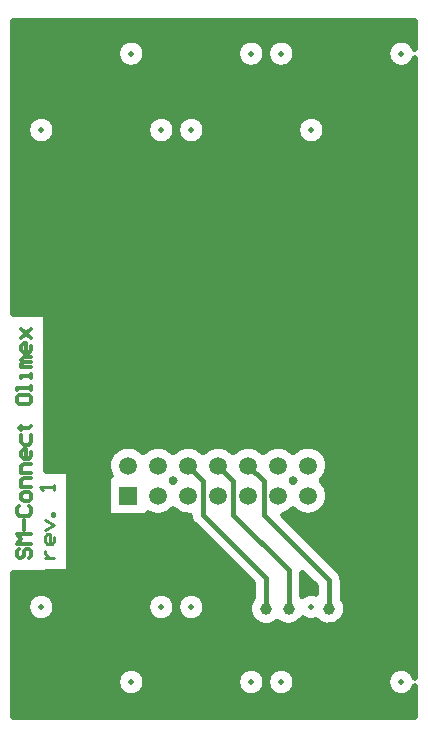
<source format=gtl>
G04 Layer_Physical_Order=1*
G04 Layer_Color=255*
%FSLAX42Y42*%
%MOMM*%
G71*
G01*
G75*
%ADD10C,0.50*%
%ADD11C,0.40*%
%ADD12C,0.30*%
%ADD13C,0.25*%
%ADD14R,1.50X1.50*%
%ADD15C,1.50*%
%ADD16C,0.50*%
%ADD17C,1.00*%
D10*
X-50Y5709D02*
G03*
X-50Y5631I-113J-39D01*
G01*
Y5709D02*
G03*
X-50Y5631I-113J-39D01*
G01*
X-806Y5023D02*
G03*
X-806Y5023I-120J0D01*
G01*
D02*
G03*
X-806Y5023I-120J0D01*
G01*
X-839Y2055D02*
G03*
X-782Y2182I-113J127D01*
G01*
Y1928D02*
G03*
X-839Y2055I-170J0D01*
G01*
X-782Y2182D02*
G03*
X-1079Y2295I-170J0D01*
G01*
Y1815D02*
G03*
X-782Y1928I127J113D01*
G01*
X-1060Y5670D02*
G03*
X-1060Y5670I-120J0D01*
G01*
D02*
G03*
X-1060Y5670I-120J0D01*
G01*
X-1314D02*
G03*
X-1314Y5670I-120J0D01*
G01*
D02*
G03*
X-1314Y5670I-120J0D01*
G01*
X-1079Y2295D02*
G03*
X-1333Y2295I-127J-113D01*
G01*
X-1065Y2055D02*
G03*
X-1079Y2041I113J-127D01*
G01*
Y2069D02*
G03*
X-1065Y2055I127J113D01*
G01*
X-1079Y2041D02*
G03*
X-1093Y2055I-127J-113D01*
G01*
D02*
G03*
X-1079Y2069I-113J127D01*
G01*
X-1165Y1763D02*
G03*
X-1079Y1815I-41J165D01*
G01*
X-1822Y5023D02*
G03*
X-1822Y5023I-120J0D01*
G01*
D02*
G03*
X-1822Y5023I-120J0D01*
G01*
X-1333Y2295D02*
G03*
X-1587Y2295I-127J-113D01*
G01*
D02*
G03*
X-1841Y2295I-127J-113D01*
G01*
X-1955Y1759D02*
G03*
X-1921Y1684I115J6D01*
G01*
X-1955Y1759D02*
G03*
X-1921Y1684I115J6D01*
G01*
X-660Y1210D02*
G03*
X-694Y1291I-115J0D01*
G01*
X-660Y1210D02*
G03*
X-694Y1291I-115J0D01*
G01*
X-890Y1099D02*
G03*
X-1003Y1077I-36J-114D01*
G01*
X-890Y1099D02*
G03*
X-1003Y1077I-36J-114D01*
G01*
X-630Y970D02*
G03*
X-660Y1058I-145J0D01*
G01*
X-50Y387D02*
G03*
X-50Y313I-114J-37D01*
G01*
Y387D02*
G03*
X-50Y313I-114J-37D01*
G01*
X-883Y873D02*
G03*
X-630Y970I108J97D01*
G01*
X-997Y889D02*
G03*
X-883Y873I71J96D01*
G01*
X-997Y889D02*
G03*
X-883Y873I71J96D01*
G01*
X-1213Y860D02*
G03*
X-997Y889I95J110D01*
G01*
X-1423Y1058D02*
G03*
X-1213Y860I115J-88D01*
G01*
X-1822Y985D02*
G03*
X-1822Y985I-120J0D01*
G01*
D02*
G03*
X-1822Y985I-120J0D01*
G01*
X-1060Y350D02*
G03*
X-1060Y350I-120J0D01*
G01*
D02*
G03*
X-1060Y350I-120J0D01*
G01*
X-1314D02*
G03*
X-1314Y350I-120J0D01*
G01*
D02*
G03*
X-1314Y350I-120J0D01*
G01*
X-2330Y5670D02*
G03*
X-2330Y5670I-120J0D01*
G01*
D02*
G03*
X-2330Y5670I-120J0D01*
G01*
X-2076Y5023D02*
G03*
X-2076Y5023I-120J0D01*
G01*
D02*
G03*
X-2076Y5023I-120J0D01*
G01*
X-2095Y2295D02*
G03*
X-2349Y2295I-127J-113D01*
G01*
X-1841D02*
G03*
X-2095Y2295I-127J-113D01*
G01*
X-3092Y5023D02*
G03*
X-3092Y5023I-120J0D01*
G01*
D02*
G03*
X-3092Y5023I-120J0D01*
G01*
X-2081Y2055D02*
G03*
X-2095Y2041I113J-127D01*
G01*
X-2095Y1815D02*
G03*
X-1955Y1759I127J113D01*
G01*
X-2095Y2069D02*
G03*
X-2081Y2055I127J113D01*
G01*
X-2306Y1780D02*
G03*
X-2095Y1815I84J148D01*
G01*
X-2109Y2055D02*
G03*
X-2095Y2069I-113J127D01*
G01*
Y2041D02*
G03*
X-2109Y2055I-127J-113D01*
G01*
X-2076Y985D02*
G03*
X-2076Y985I-120J0D01*
G01*
D02*
G03*
X-2076Y985I-120J0D01*
G01*
X-2349Y2295D02*
G03*
X-2624Y2098I-127J-113D01*
G01*
X-2330Y350D02*
G03*
X-2330Y350I-120J0D01*
G01*
D02*
G03*
X-2330Y350I-120J0D01*
G01*
X-3092Y985D02*
G03*
X-3092Y985I-120J0D01*
G01*
D02*
G03*
X-3092Y985I-120J0D01*
G01*
X-118Y5781D02*
X-50D01*
Y5709D02*
Y5950D01*
X-60Y5731D02*
X-50D01*
X-83Y5581D02*
X-50D01*
X-197Y5785D02*
Y5950D01*
X-247Y5756D02*
Y5950D01*
X-97Y5770D02*
Y5950D01*
X-147Y5789D02*
Y5950D01*
X-821Y5081D02*
X-50D01*
X-806Y5031D02*
X-50D01*
X-813Y4981D02*
X-50D01*
X-797Y2252D02*
Y5950D01*
X-847Y5113D02*
Y5950D01*
Y2316D02*
Y4932D01*
X-848Y4931D02*
X-50D01*
X-1076Y5731D02*
X-267D01*
X-1134Y5781D02*
X-209D01*
X-875Y5131D02*
X-50D01*
X-1099Y5581D02*
X-244D01*
X-897Y5139D02*
Y5950D01*
X-947Y5141D02*
Y5950D01*
X-1060Y5681D02*
X-283D01*
X-1066Y5631D02*
X-277D01*
X-997Y5119D02*
Y5950D01*
X-1891Y5131D02*
X-977D01*
X-1829Y4981D02*
X-1039D01*
X-1837Y5081D02*
X-1031D01*
X-997Y2346D02*
Y4926D01*
X-1864Y4931D02*
X-1004D01*
X-789Y2231D02*
X-50D01*
X-782Y2181D02*
X-50D01*
X-814Y2281D02*
X-50D01*
X-790Y2131D02*
X-50D01*
X-815Y2081D02*
X-50D01*
X-797Y1998D02*
Y2112D01*
X-790Y1981D02*
X-50D01*
X-817Y2031D02*
X-50D01*
X-782Y1931D02*
X-50D01*
X-789Y1881D02*
X-50D01*
X-812Y1831D02*
X-50D01*
X-867Y1781D02*
X-50D01*
X-797Y1395D02*
Y1858D01*
X-833Y1431D02*
X-50D01*
X-847Y1445D02*
Y1794D01*
X-870Y2331D02*
X-50D01*
X-1133Y1731D02*
X-50D01*
X-897Y2343D02*
Y4906D01*
X-947Y2352D02*
Y4904D01*
X-1121Y1781D02*
X-1037D01*
X-1124Y2331D02*
X-1034D01*
X-1033Y1631D02*
X-50D01*
X-1083Y1681D02*
X-50D01*
X-883Y1481D02*
X-50D01*
X-983Y1581D02*
X-50D01*
X-897Y1495D02*
Y1767D01*
X-997Y1595D02*
Y1764D01*
X-933Y1531D02*
X-50D01*
X-947Y1545D02*
Y1758D01*
X-1147Y5786D02*
Y5950D01*
X-1097Y5757D02*
Y5950D01*
X-1197Y5789D02*
Y5950D01*
X-1247Y5769D02*
Y5950D01*
X-1388Y5781D02*
X-1225D01*
X-1347Y5753D02*
Y5950D01*
X-1397Y5784D02*
Y5950D01*
X-1297Y5694D02*
Y5950D01*
X-1330Y5731D02*
X-1283D01*
X-1047Y2323D02*
Y5950D01*
X-1097Y2313D02*
Y5583D01*
X-1297Y2326D02*
Y5646D01*
X-1314Y5681D02*
X-1299D01*
X-1320Y5631D02*
X-1293D01*
X-1347Y2309D02*
Y5587D01*
X-1447Y5789D02*
Y5950D01*
X-1497Y5772D02*
Y5950D01*
X-1947Y5142D02*
Y5950D01*
X-1997Y5129D02*
Y5950D01*
X-1547Y5709D02*
Y5950D01*
X-1897Y5134D02*
Y5950D01*
X-1647Y2338D02*
Y5950D01*
X-1697Y2351D02*
Y5950D01*
X-1547Y2328D02*
Y5631D01*
X-1597Y2305D02*
Y5950D01*
X-1847Y5096D02*
Y5950D01*
X-2047Y5080D02*
Y5950D01*
X-1747Y2349D02*
Y5950D01*
X-1797Y2330D02*
Y5950D01*
X-1247Y2347D02*
Y5571D01*
X-1147Y2341D02*
Y5554D01*
X-1353Y5581D02*
X-1260D01*
X-1197Y2352D02*
Y5551D01*
X-1397Y2340D02*
Y5556D01*
X-1497Y2348D02*
Y5568D01*
X-1378Y2331D02*
X-1288D01*
X-1447Y2352D02*
Y5551D01*
X-1047Y1645D02*
Y1787D01*
X-1097Y1695D02*
Y1797D01*
X-1147Y1745D02*
Y1769D01*
X-1822Y5031D02*
X-1046D01*
X-1897Y2337D02*
Y4911D01*
X-2076Y5031D02*
X-2062D01*
X-2083Y4981D02*
X-2055D01*
X-1947Y2351D02*
Y4903D01*
X-1997Y2349D02*
Y4916D01*
X-1632Y2331D02*
X-1542D01*
X-1886D02*
X-1796D01*
X-1847Y2302D02*
Y4949D01*
X-2047Y2332D02*
Y4965D01*
X-147Y469D02*
Y5551D01*
X-97Y450D02*
Y5570D01*
X-662Y1231D02*
X-50D01*
X-660Y1131D02*
X-50D01*
X-660Y1181D02*
X-50D01*
X-247Y437D02*
Y5584D01*
X-647Y1038D02*
Y5950D01*
X-197Y465D02*
Y5555D01*
X-660Y1058D02*
Y1210D01*
X-347Y50D02*
Y5950D01*
X-397Y50D02*
Y5950D01*
X-50Y387D02*
Y5631D01*
X-297Y50D02*
Y5950D01*
X-547Y50D02*
Y5950D01*
X-597Y50D02*
Y5950D01*
X-447Y50D02*
Y5950D01*
X-497Y50D02*
Y5950D01*
X-733Y1331D02*
X-50D01*
X-783Y1381D02*
X-50D01*
X-685Y1281D02*
X-50D01*
X-697Y1295D02*
Y5950D01*
X-747Y1345D02*
Y5950D01*
X-1165Y1763D02*
X-694Y1291D01*
X-890Y1099D02*
Y1162D01*
X-1003Y1275D02*
X-890Y1162D01*
X-1003Y1131D02*
X-890D01*
X-947Y1103D02*
Y1219D01*
X-1003Y1181D02*
X-909D01*
X-897Y1101D02*
Y1169D01*
X-643Y1031D02*
X-50D01*
X-630Y981D02*
X-50D01*
X-660Y1081D02*
X-50D01*
X-66Y281D02*
X-50D01*
X-635Y931D02*
X-50D01*
X-661Y881D02*
X-50D01*
X-75Y431D02*
X-50D01*
X-149Y231D02*
X-50D01*
Y50D02*
Y313D01*
X-97Y50D02*
Y250D01*
X-247Y50D02*
Y263D01*
X-647Y50D02*
Y902D01*
X-147Y50D02*
Y231D01*
X-197Y50D02*
Y235D01*
X-734Y831D02*
X-50D01*
X-1091Y431D02*
X-253D01*
X-1062Y331D02*
X-282D01*
X-1064Y381D02*
X-280D01*
X-1076Y831D02*
X-816D01*
X-697Y50D02*
Y848D01*
X-747Y50D02*
Y828D01*
X-1082Y281D02*
X-262D01*
X-1165Y231D02*
X-179D01*
X-897Y50D02*
Y869D01*
X-947Y50D02*
Y867D01*
X-797Y50D02*
Y827D01*
X-847Y50D02*
Y844D01*
X-997Y1082D02*
Y1269D01*
X-1003Y1077D02*
Y1275D01*
Y1231D02*
X-959D01*
X-1003Y881D02*
X-986D01*
X-1423Y1058D02*
Y1185D01*
X-1447Y1009D02*
Y1209D01*
Y469D02*
Y931D01*
X-1547Y390D02*
Y1309D01*
X-1597Y50D02*
Y1359D01*
X-997Y50D02*
Y888D01*
X-1497Y452D02*
Y1259D01*
X-1747Y50D02*
Y1509D01*
X-1797Y50D02*
Y1559D01*
X-1647Y50D02*
Y1409D01*
X-1697Y50D02*
Y1459D01*
X-1847Y1058D02*
Y1609D01*
X-1921Y1684D02*
X-1423Y1185D01*
X-1831Y1031D02*
X-1439D01*
X-1870Y1081D02*
X-1423D01*
X-1997Y1092D02*
Y1761D01*
X-2047Y1043D02*
Y1778D01*
X-1897Y1096D02*
Y1659D01*
X-1947Y1105D02*
Y1723D01*
X-1822Y981D02*
X-1452D01*
X-1835Y931D02*
X-1447D01*
X-2076Y981D02*
X-2062D01*
X-2085Y1031D02*
X-2053D01*
X-1847Y50D02*
Y912D01*
X-2047Y50D02*
Y927D01*
X-1197Y469D02*
Y849D01*
X-1266Y831D02*
X-1159D01*
X-1097Y437D02*
Y826D01*
X-1147Y465D02*
Y828D01*
X-1247Y449D02*
Y838D01*
X-1297Y376D02*
Y825D01*
X-1316Y331D02*
X-1298D01*
X-1318Y381D02*
X-1296D01*
X-1047Y50D02*
Y843D01*
X-1097Y50D02*
Y263D01*
X-1247Y50D02*
Y251D01*
X-1297Y50D02*
Y324D01*
X-1147Y50D02*
Y235D01*
X-1197Y50D02*
Y231D01*
X-1345Y431D02*
X-1269D01*
X-1336Y281D02*
X-1278D01*
X-1419Y231D02*
X-1195D01*
X-1397Y464D02*
Y856D01*
X-1882Y881D02*
X-1422D01*
X-1347Y433D02*
Y831D01*
Y50D02*
Y267D01*
X-1497Y50D02*
Y248D01*
X-1397Y50D02*
Y236D01*
X-1447Y50D02*
Y231D01*
X-1897Y50D02*
Y874D01*
X-1997Y50D02*
Y878D01*
X-1547Y50D02*
Y310D01*
X-1947Y50D02*
Y865D01*
X-3450Y5881D02*
X-50D01*
X-3450Y5831D02*
X-50D01*
X-3450Y5931D02*
X-50D01*
X-3450Y5481D02*
X-50D01*
X-3450Y5531D02*
X-50D01*
X-2404Y5781D02*
X-1479D01*
X-3450Y5950D02*
X-50D01*
X-2346Y5731D02*
X-1537D01*
X-2369Y5581D02*
X-1514D01*
X-3450Y5181D02*
X-50D01*
X-3450Y5231D02*
X-50D01*
X-3450Y4831D02*
X-50D01*
X-3450Y4881D02*
X-50D01*
X-3450Y5381D02*
X-50D01*
X-3450Y5431D02*
X-50D01*
X-3450Y5281D02*
X-50D01*
X-3450Y5331D02*
X-50D01*
X-3450Y4531D02*
X-50D01*
X-3450Y4581D02*
X-50D01*
X-3450Y4431D02*
X-50D01*
X-3450Y4481D02*
X-50D01*
X-3450Y4731D02*
X-50D01*
X-3450Y4781D02*
X-50D01*
X-3450Y4631D02*
X-50D01*
X-3450Y4681D02*
X-50D01*
X-3450Y4131D02*
X-50D01*
X-3450Y4181D02*
X-50D01*
X-3450Y4031D02*
X-50D01*
X-3450Y4081D02*
X-50D01*
X-3450Y4331D02*
X-50D01*
X-3450Y4381D02*
X-50D01*
X-3450Y4231D02*
X-50D01*
X-3450Y4281D02*
X-50D01*
X-3175Y2931D02*
X-50D01*
X-3175Y2881D02*
X-50D01*
X-3175Y2981D02*
X-50D01*
X-3175Y2781D02*
X-50D01*
X-3175Y2831D02*
X-50D01*
X-3175Y3131D02*
X-50D01*
X-3175Y3181D02*
X-50D01*
X-3175Y3031D02*
X-50D01*
X-3175Y3081D02*
X-50D01*
X-3175Y2481D02*
X-50D01*
X-3175Y2531D02*
X-50D01*
X-3175Y2381D02*
X-50D01*
X-3175Y2431D02*
X-50D01*
X-3175Y2681D02*
X-50D01*
X-3175Y2731D02*
X-50D01*
X-3175Y2581D02*
X-50D01*
X-3175Y2631D02*
X-50D01*
X-3450Y3731D02*
X-50D01*
X-3450Y3781D02*
X-50D01*
X-3450Y3631D02*
X-50D01*
X-3450Y3681D02*
X-50D01*
X-3450Y3931D02*
X-50D01*
X-3450Y3981D02*
X-50D01*
X-3450Y3831D02*
X-50D01*
X-3450Y3881D02*
X-50D01*
X-3175Y3331D02*
X-50D01*
X-3175Y3381D02*
X-50D01*
X-3175Y3231D02*
X-50D01*
X-3175Y3281D02*
X-50D01*
X-3450Y3531D02*
X-50D01*
X-3450Y3581D02*
X-50D01*
X-3175Y3431D02*
X-50D01*
X-3450Y3481D02*
X-50D01*
X-2347Y5733D02*
Y5950D01*
X-2197Y5142D02*
Y5950D01*
X-2330Y5681D02*
X-1553D01*
X-2336Y5631D02*
X-1547D01*
X-2497Y5780D02*
Y5950D01*
X-2547Y5740D02*
Y5950D01*
X-2397Y5778D02*
Y5950D01*
X-2447Y5790D02*
Y5950D01*
X-2247Y5131D02*
Y5950D01*
X-2297Y5087D02*
Y5950D01*
X-2097Y5090D02*
Y5950D01*
X-2147Y5132D02*
Y5950D01*
X-2347Y2297D02*
Y5607D01*
X-2547Y2336D02*
Y5600D01*
X-2397Y2333D02*
Y5562D01*
X-2497Y2351D02*
Y5560D01*
X-3450Y5781D02*
X-2495D01*
X-3450Y5581D02*
X-2530D01*
X-3450Y5731D02*
X-2553D01*
X-3197Y5142D02*
Y5950D01*
X-3247Y5137D02*
Y5950D01*
X-3450Y5631D02*
X-2563D01*
X-3450Y5681D02*
X-2569D01*
X-3147Y5123D02*
Y5950D01*
X-3297Y5107D02*
Y5950D01*
X-2597Y2301D02*
Y5950D01*
X-3097Y5057D02*
Y5950D01*
X-3447Y3464D02*
Y5950D01*
X-3450Y3464D02*
Y5950D01*
X-3347Y3464D02*
Y5950D01*
X-3397Y3464D02*
Y5950D01*
X-2145Y5131D02*
X-1993D01*
X-2091Y5081D02*
X-2047D01*
X-2118Y4931D02*
X-2020D01*
X-3092Y5031D02*
X-2316D01*
X-2197Y2350D02*
Y4903D01*
X-2247Y2350D02*
Y4914D01*
X-2097Y2297D02*
Y4955D01*
X-2140Y2331D02*
X-2050D01*
X-2297Y2335D02*
Y4958D01*
X-2447Y2350D02*
Y5550D01*
X-2147Y2335D02*
Y4913D01*
X-2394Y2331D02*
X-2304D01*
X-3107Y5081D02*
X-2301D01*
X-3161Y5131D02*
X-2247D01*
X-3099Y4981D02*
X-2309D01*
X-3134Y4931D02*
X-2274D01*
X-3450Y5081D02*
X-3317D01*
X-3450Y5131D02*
X-3263D01*
X-3450Y4981D02*
X-3325D01*
X-3450Y5031D02*
X-3332D01*
X-3175Y2331D02*
X-2558D01*
X-3450Y3464D02*
X-3175D01*
X-3297D02*
Y4938D01*
X-3450Y4931D02*
X-3290D01*
X-3197Y3464D02*
Y4903D01*
X-3247Y3464D02*
Y4908D01*
X-2137Y1781D02*
X-2053D01*
X-2097Y2043D02*
Y2067D01*
X-2306Y1758D02*
Y1780D01*
X-2097Y1053D02*
Y1813D01*
X-2147Y1095D02*
Y1775D01*
X-2247Y1094D02*
Y1760D01*
X-2297Y1050D02*
Y1775D01*
X-2197Y1105D02*
Y1760D01*
X-2347Y412D02*
Y1758D01*
X-2980Y1581D02*
X-1819D01*
X-2980Y1631D02*
X-1869D01*
X-2980Y1481D02*
X-1719D01*
X-2980Y1531D02*
X-1769D01*
X-2646Y1758D02*
X-2306D01*
X-2980Y1681D02*
X-1919D01*
X-2980Y1731D02*
X-1950D01*
X-2980Y1281D02*
X-1519D01*
X-3450Y1231D02*
X-1469D01*
X-3450Y1131D02*
X-1423D01*
X-3450Y1181D02*
X-1423D01*
X-2397Y458D02*
Y1758D01*
X-2980Y1431D02*
X-1669D01*
X-2980Y1331D02*
X-1569D01*
X-2980Y1381D02*
X-1619D01*
X-2334Y381D02*
X-1550D01*
X-2332Y331D02*
X-1552D01*
X-2361Y431D02*
X-1523D01*
X-2352Y281D02*
X-1532D01*
X-2435Y231D02*
X-1449D01*
X-2124Y1081D02*
X-2014D01*
X-3092Y981D02*
X-2316D01*
X-2089Y931D02*
X-2049D01*
X-2136Y881D02*
X-2002D01*
X-2097Y50D02*
Y917D01*
X-2247Y50D02*
Y876D01*
X-2147Y50D02*
Y875D01*
X-2197Y50D02*
Y865D01*
X-2297Y50D02*
Y920D01*
X-2347Y50D02*
Y288D01*
X-3450Y781D02*
X-50D01*
X-3450Y831D02*
X-1349D01*
X-3450Y681D02*
X-50D01*
X-3450Y731D02*
X-50D01*
X-3101Y1031D02*
X-2307D01*
X-3140Y1081D02*
X-2268D01*
X-3105Y931D02*
X-2303D01*
X-3152Y881D02*
X-2256D01*
X-3450Y131D02*
X-50D01*
X-3450Y181D02*
X-50D01*
X-3450Y50D02*
X-50D01*
X-3450Y81D02*
X-50D01*
X-3450Y581D02*
X-50D01*
X-3450Y631D02*
X-50D01*
X-3450Y481D02*
X-50D01*
X-3450Y531D02*
X-50D01*
X-2646Y2098D02*
X-2624D01*
X-2547Y420D02*
Y1758D01*
X-2980Y2131D02*
X-2638D01*
X-2447Y470D02*
Y1758D01*
X-2497Y460D02*
Y1758D01*
X-2646D02*
Y2098D01*
X-2980Y1280D02*
Y2140D01*
Y1931D02*
X-2646D01*
X-2980Y1981D02*
X-2646D01*
X-2697Y50D02*
Y5950D01*
X-2747Y50D02*
Y5950D01*
X-2597Y50D02*
Y1758D01*
X-2647Y50D02*
Y5950D01*
X-2897Y50D02*
Y5950D01*
X-2947Y50D02*
Y5950D01*
X-2797Y50D02*
Y5950D01*
X-2847Y50D02*
Y5950D01*
X-3175Y2231D02*
X-2639D01*
X-3175Y2281D02*
X-2614D01*
X-3175Y2140D02*
X-2980D01*
X-3175Y2181D02*
X-2646D01*
X-2997Y2140D02*
Y5950D01*
X-3047Y2140D02*
Y5950D01*
X-3097Y2140D02*
Y4988D01*
X-3175Y2140D02*
Y3464D01*
X-2980Y2031D02*
X-2646D01*
X-2980Y2081D02*
X-2646D01*
X-2980Y1831D02*
X-2646D01*
X-2980Y1881D02*
X-2646D01*
X-2980Y1781D02*
X-2646D01*
X-3147Y2140D02*
Y4922D01*
X-3097Y1020D02*
Y1280D01*
X-3147Y1086D02*
Y1280D01*
X-2997Y50D02*
Y1280D01*
X-3175D02*
X-2980D01*
X-2447Y50D02*
Y230D01*
X-2547Y50D02*
Y280D01*
X-3247Y1100D02*
Y1275D01*
X-3297Y1070D02*
Y1275D01*
X-3197Y1104D02*
Y1275D01*
X-3047Y50D02*
Y1280D01*
X-3097Y50D02*
Y950D01*
X-2397Y50D02*
Y242D01*
X-2497Y50D02*
Y240D01*
X-3147Y50D02*
Y884D01*
X-3297Y50D02*
Y900D01*
X-3197Y50D02*
Y866D01*
X-3247Y50D02*
Y870D01*
X-3450Y1275D02*
X-3175D01*
X-3450Y431D02*
X-2539D01*
X-3450Y881D02*
X-3272D01*
X-3450Y1031D02*
X-3323D01*
X-3450Y1081D02*
X-3284D01*
X-3450Y931D02*
X-3319D01*
X-3450Y981D02*
X-3332D01*
X-3450Y331D02*
X-2568D01*
X-3450Y381D02*
X-2566D01*
X-3450Y231D02*
X-2465D01*
X-3450Y281D02*
X-2548D01*
X-3447Y50D02*
Y1275D01*
X-3450Y50D02*
Y1275D01*
X-3347Y50D02*
Y1275D01*
X-3397Y50D02*
Y1275D01*
D11*
X-1968Y2182D02*
X-1840Y2054D01*
X-1714Y2182D02*
X-1588Y2055D01*
X-1460Y2182D02*
X-1330Y2052D01*
X-1588Y1768D02*
Y2055D01*
Y1768D02*
X-1118Y1298D01*
Y970D02*
Y1298D01*
X-1330Y1765D02*
Y2052D01*
Y1765D02*
X-775Y1210D01*
Y970D02*
Y1210D01*
X-1840Y1765D02*
Y2054D01*
Y1765D02*
X-1308Y1233D01*
Y970D02*
Y1233D01*
D12*
X-3400Y1480D02*
X-3420Y1460D01*
Y1420D01*
X-3400Y1400D01*
X-3380D01*
X-3360Y1420D01*
Y1460D01*
X-3340Y1480D01*
X-3320D01*
X-3300Y1460D01*
Y1420D01*
X-3320Y1400D01*
X-3300Y1520D02*
X-3420D01*
X-3380Y1560D01*
X-3420Y1600D01*
X-3300D01*
X-3360Y1640D02*
Y1720D01*
X-3400Y1840D02*
X-3420Y1820D01*
Y1780D01*
X-3400Y1760D01*
X-3320D01*
X-3300Y1780D01*
Y1820D01*
X-3320Y1840D01*
X-3300Y1900D02*
Y1940D01*
X-3320Y1960D01*
X-3360D01*
X-3380Y1940D01*
Y1900D01*
X-3360Y1880D01*
X-3320D01*
X-3300Y1900D01*
Y2000D02*
X-3380D01*
Y2060D01*
X-3360Y2080D01*
X-3300D01*
Y2120D02*
X-3380D01*
Y2180D01*
X-3360Y2200D01*
X-3300D01*
Y2300D02*
Y2260D01*
X-3320Y2240D01*
X-3360D01*
X-3380Y2260D01*
Y2300D01*
X-3360Y2320D01*
X-3340D01*
Y2240D01*
X-3380Y2440D02*
Y2380D01*
X-3360Y2360D01*
X-3320D01*
X-3300Y2380D01*
Y2440D01*
X-3400Y2500D02*
X-3380D01*
Y2480D01*
Y2520D01*
Y2500D01*
X-3320D01*
X-3300Y2520D01*
X-3420Y2760D02*
Y2720D01*
X-3400Y2700D01*
X-3320D01*
X-3300Y2720D01*
Y2760D01*
X-3320Y2780D01*
X-3400D01*
X-3420Y2760D01*
X-3300Y2820D02*
Y2860D01*
Y2840D01*
X-3420D01*
Y2820D01*
X-3300Y2920D02*
Y2959D01*
Y2940D01*
X-3380D01*
Y2920D01*
X-3300Y3019D02*
X-3380D01*
Y3039D01*
X-3360Y3059D01*
X-3300D01*
X-3360D01*
X-3380Y3079D01*
X-3360Y3099D01*
X-3300D01*
Y3199D02*
Y3159D01*
X-3320Y3139D01*
X-3360D01*
X-3380Y3159D01*
Y3199D01*
X-3360Y3219D01*
X-3340D01*
Y3139D01*
X-3380Y3259D02*
X-3300Y3339D01*
X-3340Y3299D01*
X-3380Y3339D01*
X-3300Y3259D01*
D13*
X-3180Y1400D02*
X-3100D01*
X-3140D01*
X-3160Y1420D01*
X-3180Y1440D01*
Y1460D01*
X-3100Y1580D02*
Y1540D01*
X-3120Y1520D01*
X-3160D01*
X-3180Y1540D01*
Y1580D01*
X-3160Y1600D01*
X-3140D01*
Y1520D01*
X-3180Y1640D02*
X-3100Y1680D01*
X-3180Y1720D01*
X-3100Y1760D02*
X-3120D01*
Y1780D01*
X-3100D01*
Y1760D01*
Y1980D02*
Y2020D01*
Y2000D01*
X-3220D01*
X-3200Y1980D01*
D14*
X-2476Y1928D02*
D03*
D15*
Y2182D02*
D03*
X-2222Y1928D02*
D03*
Y2182D02*
D03*
X-1968Y1928D02*
D03*
Y2182D02*
D03*
X-1714Y1928D02*
D03*
Y2182D02*
D03*
X-1460Y1928D02*
D03*
Y2182D02*
D03*
X-1206D02*
D03*
Y1928D02*
D03*
X-952Y2182D02*
D03*
Y1928D02*
D03*
D16*
X-1942Y985D02*
D03*
X-926D02*
D03*
X-3212D02*
D03*
X-2196D02*
D03*
X-2450Y5670D02*
D03*
X-1434D02*
D03*
X-1180D02*
D03*
X-164D02*
D03*
X-3212Y5023D02*
D03*
X-2196D02*
D03*
X-1942D02*
D03*
X-926D02*
D03*
X-2450Y350D02*
D03*
X-1434D02*
D03*
X-1180D02*
D03*
X-164D02*
D03*
D17*
X-1308Y970D02*
D03*
X-1118D02*
D03*
X-775D02*
D03*
M02*

</source>
